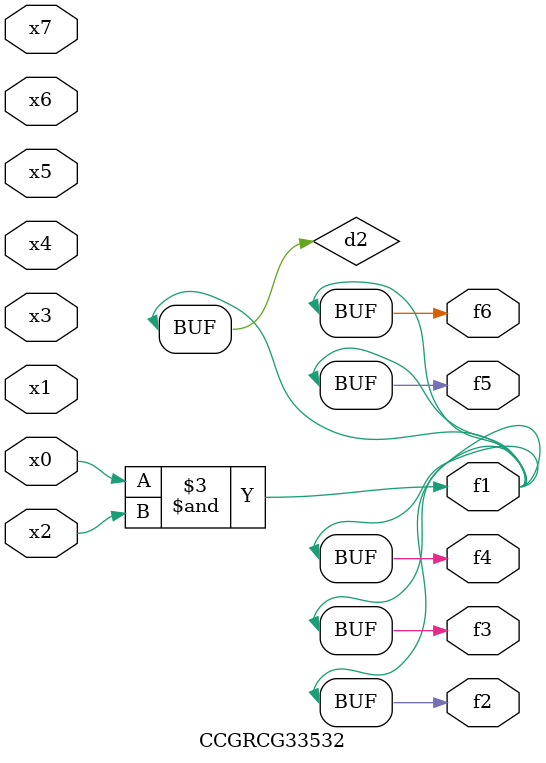
<source format=v>
module CCGRCG33532(
	input x0, x1, x2, x3, x4, x5, x6, x7,
	output f1, f2, f3, f4, f5, f6
);

	wire d1, d2;

	nor (d1, x3, x6);
	and (d2, x0, x2);
	assign f1 = d2;
	assign f2 = d2;
	assign f3 = d2;
	assign f4 = d2;
	assign f5 = d2;
	assign f6 = d2;
endmodule

</source>
